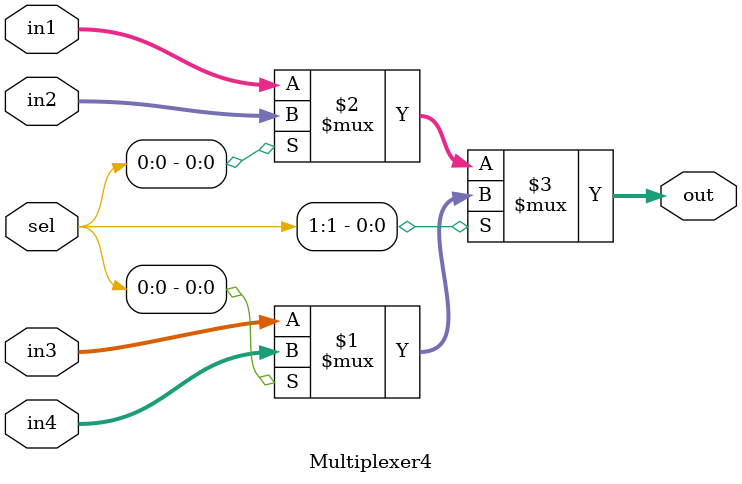
<source format=sv>
module Multiplexer2
    #(parameter width = 2)
    (input logic [width-1:0] in1, in2,
    input logic sel,
    output logic [width-1:0] out
);
    assign out = sel ? in2 : in1;
endmodule

module Multiplexer4
    #(parameter width = 2)
    (input logic [width-1:0] in1, in2, in3, in4,
    input logic [1:0] sel,
    output logic [width-1:0] out
);
    assign out = sel[1] ? (sel[0] ? in4 : in3) : (sel[0] ? in2 : in1);

endmodule


</source>
